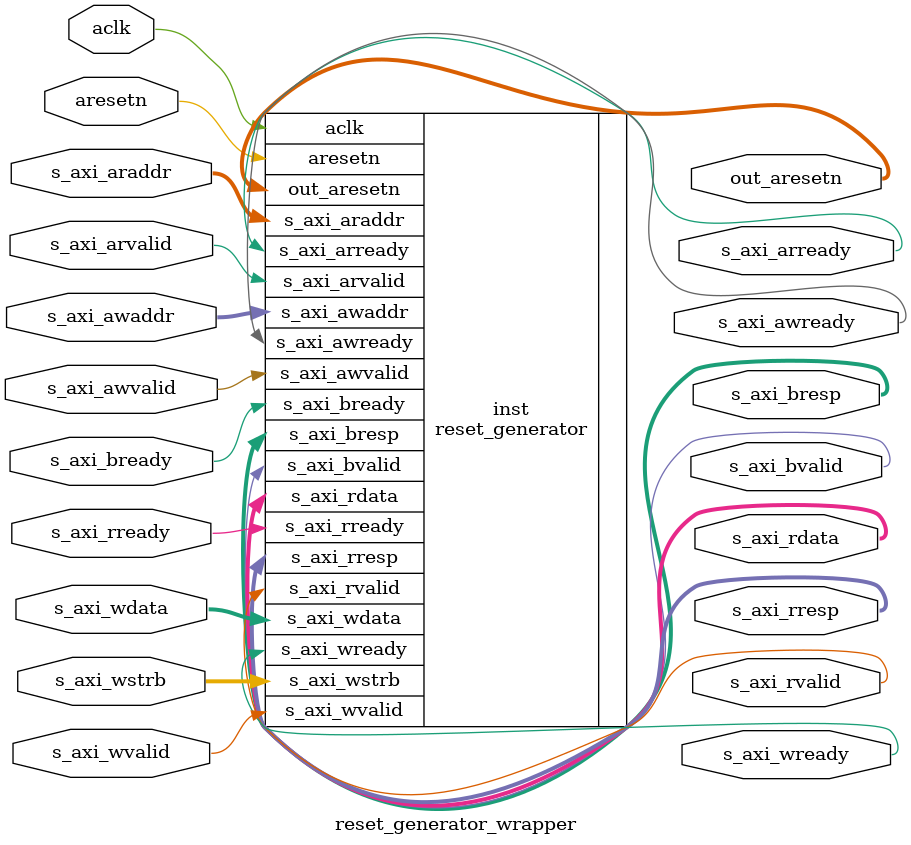
<source format=v>
module reset_generator_wrapper
  #(parameter integer C_OUTPUT_COUNT = 2,
    parameter integer C_S_AXI_DATA_WIDTH = 32,
    parameter integer C_S_AXI_ADDR_WIDTH = 3)
   (output wire [C_OUTPUT_COUNT-1 : 0] out_aresetn,

    input wire [C_S_AXI_ADDR_WIDTH-1 : 0] s_axi_awaddr,
    input wire s_axi_awvalid,
    output wire s_axi_awready,
    input wire [C_S_AXI_DATA_WIDTH-1 : 0] s_axi_wdata,
    input wire s_axi_wvalid,
    input wire [C_S_AXI_DATA_WIDTH/8-1 : 0] s_axi_wstrb,
    output wire s_axi_wready,
    output wire [1 : 0] s_axi_bresp,
    output wire s_axi_bvalid,
    input wire s_axi_bready,
    input wire [C_S_AXI_ADDR_WIDTH-1 : 0] s_axi_araddr,
    input wire s_axi_arvalid,
    output wire s_axi_arready,
    output wire [C_S_AXI_DATA_WIDTH-1 : 0] s_axi_rdata,
    output wire [1 : 0] s_axi_rresp,
    output wire s_axi_rvalid,
    input wire s_axi_rready,

    input wire aclk,
    input wire aresetn);

   reset_generator
     #(.C_OUTPUT_COUNT(C_OUTPUT_COUNT),
       .C_S_AXI_DATA_WIDTH(C_S_AXI_DATA_WIDTH),
       .C_S_AXI_ADDR_WIDTH(C_S_AXI_ADDR_WIDTH))
   inst
     (.out_aresetn(out_aresetn),
      .s_axi_awaddr(s_axi_awaddr),
      .s_axi_awvalid(s_axi_awvalid),
      .s_axi_awready(s_axi_awready),
      .s_axi_wdata(s_axi_wdata),
      .s_axi_wvalid(s_axi_wvalid),
      .s_axi_wstrb(s_axi_wstrb),
      .s_axi_wready(s_axi_wready),
      .s_axi_bresp(s_axi_bresp),
      .s_axi_bvalid(s_axi_bvalid),
      .s_axi_bready(s_axi_bready),
      .s_axi_araddr(s_axi_araddr),
      .s_axi_arvalid(s_axi_arvalid),
      .s_axi_arready(s_axi_arready),
      .s_axi_rdata(s_axi_rdata),
      .s_axi_rresp(s_axi_rresp),
      .s_axi_rvalid(s_axi_rvalid),
      .s_axi_rready(s_axi_rready),
      .aclk(aclk),
      .aresetn(aresetn));
endmodule // reset_generator_wrapper

</source>
